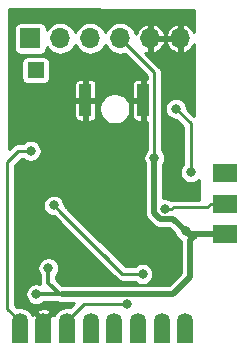
<source format=gtl>
G04 #@! TF.GenerationSoftware,KiCad,Pcbnew,(5.1.4)-1*
G04 #@! TF.CreationDate,2020-01-26T17:58:18+01:00*
G04 #@! TF.ProjectId,HM-LC-Sw1-Pl-DN-R1_S26,484d2d4c-432d-4537-9731-2d506c2d444e,rev?*
G04 #@! TF.SameCoordinates,Original*
G04 #@! TF.FileFunction,Copper,L1,Top*
G04 #@! TF.FilePolarity,Positive*
%FSLAX46Y46*%
G04 Gerber Fmt 4.6, Leading zero omitted, Abs format (unit mm)*
G04 Created by KiCad (PCBNEW (5.1.4)-1) date 2020-01-26 17:58:18*
%MOMM*%
%LPD*%
G04 APERTURE LIST*
%ADD10R,1.350000X1.350000*%
%ADD11O,1.700000X1.700000*%
%ADD12R,1.700000X1.700000*%
%ADD13C,1.350000*%
%ADD14R,1.350000X1.800000*%
%ADD15R,1.000000X2.750000*%
%ADD16R,2.000000X1.500000*%
%ADD17C,0.800000*%
%ADD18C,0.250000*%
%ADD19C,0.500000*%
%ADD20C,0.300000*%
%ADD21C,0.254000*%
G04 APERTURE END LIST*
D10*
X147300000Y-98400000D03*
D11*
X159550000Y-95700000D03*
X157010000Y-95700000D03*
X154470000Y-95700000D03*
X151930000Y-95700000D03*
X149390000Y-95700000D03*
D12*
X146850000Y-95700000D03*
D13*
X159965040Y-119643520D03*
D14*
X159965040Y-120643520D03*
D13*
X145965040Y-119643520D03*
X147965040Y-119643520D03*
X149965040Y-119643520D03*
X151965040Y-119643520D03*
X153965040Y-119643520D03*
X155965040Y-119643520D03*
X157965040Y-119643520D03*
D14*
X145965040Y-120643520D03*
X147965040Y-120643520D03*
X149965040Y-120643520D03*
X151965040Y-120643520D03*
X153965040Y-120643520D03*
X155965040Y-120643520D03*
X157965040Y-120643520D03*
D15*
X156418280Y-100939600D03*
X151518280Y-100939600D03*
D16*
X163372800Y-112268000D03*
X163372800Y-107111800D03*
X163372800Y-109702600D03*
D17*
X156500000Y-100900000D03*
X151500000Y-101000000D03*
X152670000Y-107000000D03*
X152700000Y-109600000D03*
X152700000Y-112200000D03*
X154025000Y-108225000D03*
X155475000Y-109550000D03*
X154050000Y-110825000D03*
X151300000Y-110950000D03*
X149975000Y-109575000D03*
X151275000Y-108275000D03*
X159900000Y-109025000D03*
X150400000Y-116175000D03*
X146875000Y-105225000D03*
X160000000Y-112050000D03*
X147350000Y-117350000D03*
X148380000Y-115150000D03*
X157350000Y-105850000D03*
X155005000Y-118220000D03*
X148850000Y-109850000D03*
X156350000Y-115650000D03*
X158250000Y-110150000D03*
X159175000Y-101650000D03*
X160426400Y-107050840D03*
D18*
X147965040Y-119643520D02*
X147965040Y-120643520D01*
X145965040Y-119643520D02*
X145965040Y-120643520D01*
X163372800Y-112268000D02*
X163093400Y-112268000D01*
X145965040Y-119643520D02*
X146137000Y-119643520D01*
D19*
X160808000Y-112268000D02*
X160768000Y-112268000D01*
X163372800Y-112268000D02*
X160808000Y-112268000D01*
D18*
X144900000Y-107800000D02*
X144900000Y-106175000D01*
X144900000Y-107800000D02*
X144900000Y-107625000D01*
X144900000Y-116700000D02*
X144900000Y-107800000D01*
X145850000Y-105225000D02*
X146875000Y-105225000D01*
X144900000Y-106175000D02*
X145850000Y-105225000D01*
D19*
X160218000Y-112268000D02*
X160000000Y-112050000D01*
X163372800Y-112268000D02*
X160218000Y-112268000D01*
X160808000Y-112392000D02*
X160400000Y-112800000D01*
X160808000Y-112268000D02*
X160808000Y-112392000D01*
X160400000Y-112800000D02*
X160400000Y-115889998D01*
X160400000Y-115889998D02*
X158919999Y-117369999D01*
X150494999Y-117369999D02*
X149519999Y-117369999D01*
X158919999Y-117369999D02*
X150494999Y-117369999D01*
X157350000Y-106415685D02*
X157350000Y-105850000D01*
X157350000Y-110508002D02*
X157350000Y-106415685D01*
X157841999Y-111000001D02*
X157350000Y-110508002D01*
X158950001Y-111000001D02*
X157841999Y-111000001D01*
X160000000Y-112050000D02*
X158950001Y-111000001D01*
D18*
X157350000Y-98580000D02*
X154470000Y-95700000D01*
X157350000Y-105850000D02*
X157350000Y-98580000D01*
X144900000Y-118578480D02*
X144900000Y-116700000D01*
X145965040Y-119643520D02*
X144900000Y-118578480D01*
D20*
X149500000Y-117350000D02*
X147350000Y-117350000D01*
X149519999Y-117369999D02*
X149500000Y-117350000D01*
X149519999Y-117369999D02*
X149369999Y-117369999D01*
X148380000Y-116380000D02*
X148380000Y-115150000D01*
X149369999Y-117369999D02*
X148380000Y-116380000D01*
D18*
X153965040Y-119643520D02*
X153965040Y-120643520D01*
X149994600Y-119650000D02*
X150669599Y-118975001D01*
X149965040Y-119643520D02*
X150640039Y-118968521D01*
X149965040Y-119643520D02*
X149965040Y-120643520D01*
X151388560Y-118220000D02*
X155005000Y-118220000D01*
X149965040Y-119643520D02*
X151388560Y-118220000D01*
X155005000Y-118220000D02*
X155050000Y-118220000D01*
X159965040Y-119643520D02*
X159965040Y-120643520D01*
X157965040Y-119643520D02*
X157965040Y-119620440D01*
X157965040Y-119643520D02*
X157965040Y-120643520D01*
X157965040Y-119493520D02*
X157965040Y-120643520D01*
X149480000Y-110470000D02*
X153480000Y-114470000D01*
X155779315Y-115645000D02*
X154655000Y-115645000D01*
X155784315Y-115650000D02*
X155779315Y-115645000D01*
X156350000Y-115650000D02*
X155784315Y-115650000D01*
X154655000Y-115645000D02*
X149480000Y-110470000D01*
X149470000Y-110470000D02*
X148850000Y-109850000D01*
X149480000Y-110470000D02*
X149470000Y-110470000D01*
X155965040Y-119643520D02*
X155965040Y-120643520D01*
X163372800Y-109702600D02*
X163122800Y-109702600D01*
X163372800Y-109702600D02*
X162122800Y-109702600D01*
X158952985Y-110012700D02*
X161812700Y-110012700D01*
X158815685Y-110150000D02*
X158952985Y-110012700D01*
X158250000Y-110150000D02*
X158815685Y-110150000D01*
X162122800Y-109702600D02*
X161812700Y-110012700D01*
X160426400Y-107050840D02*
X160426400Y-104561640D01*
X160426400Y-102901400D02*
X159175000Y-101650000D01*
X160426400Y-107050840D02*
X160426400Y-102901400D01*
X151965040Y-119643520D02*
X151965040Y-120643520D01*
D21*
G36*
X148108040Y-120766520D02*
G01*
X148088040Y-120766520D01*
X148088040Y-120786520D01*
X147842040Y-120786520D01*
X147842040Y-120766520D01*
X147822040Y-120766520D01*
X147822040Y-120741019D01*
X147827740Y-120742309D01*
X148044742Y-120747982D01*
X148108040Y-120737103D01*
X148108040Y-120766520D01*
X148108040Y-120766520D01*
G37*
X148108040Y-120766520D02*
X148088040Y-120766520D01*
X148088040Y-120786520D01*
X147842040Y-120786520D01*
X147842040Y-120766520D01*
X147822040Y-120766520D01*
X147822040Y-120741019D01*
X147827740Y-120742309D01*
X148044742Y-120747982D01*
X148108040Y-120737103D01*
X148108040Y-120766520D01*
G36*
X160713401Y-93260837D02*
G01*
X160713401Y-95181363D01*
X160699933Y-95144664D01*
X160569497Y-94930994D01*
X160399882Y-94746876D01*
X160197606Y-94599386D01*
X159970443Y-94494192D01*
X159870324Y-94463827D01*
X159673000Y-94536232D01*
X159673000Y-95577000D01*
X159693000Y-95577000D01*
X159693000Y-95823000D01*
X159673000Y-95823000D01*
X159673000Y-96863768D01*
X159870324Y-96936173D01*
X159970443Y-96905808D01*
X160197606Y-96800614D01*
X160399882Y-96653124D01*
X160569497Y-96469006D01*
X160699933Y-96255336D01*
X160713401Y-96218637D01*
X160713400Y-102266333D01*
X160102000Y-101654934D01*
X160102000Y-101558699D01*
X160066376Y-101379604D01*
X159996496Y-101210901D01*
X159895048Y-101059072D01*
X159765928Y-100929952D01*
X159614099Y-100828504D01*
X159445396Y-100758624D01*
X159266301Y-100723000D01*
X159083699Y-100723000D01*
X158904604Y-100758624D01*
X158735901Y-100828504D01*
X158584072Y-100929952D01*
X158454952Y-101059072D01*
X158353504Y-101210901D01*
X158283624Y-101379604D01*
X158248000Y-101558699D01*
X158248000Y-101741301D01*
X158283624Y-101920396D01*
X158353504Y-102089099D01*
X158454952Y-102240928D01*
X158584072Y-102370048D01*
X158735901Y-102471496D01*
X158904604Y-102541376D01*
X159083699Y-102577000D01*
X159179934Y-102577000D01*
X159774401Y-103171468D01*
X159774400Y-106391864D01*
X159706352Y-106459912D01*
X159604904Y-106611741D01*
X159535024Y-106780444D01*
X159499400Y-106959539D01*
X159499400Y-107142141D01*
X159535024Y-107321236D01*
X159604904Y-107489939D01*
X159706352Y-107641768D01*
X159835472Y-107770888D01*
X159987301Y-107872336D01*
X160156004Y-107942216D01*
X160335099Y-107977840D01*
X160517701Y-107977840D01*
X160696796Y-107942216D01*
X160865499Y-107872336D01*
X161017328Y-107770888D01*
X161112200Y-107676016D01*
X161112200Y-109360700D01*
X158985007Y-109360700D01*
X158952985Y-109357546D01*
X158825170Y-109370135D01*
X158784203Y-109382562D01*
X158774437Y-109385525D01*
X158689099Y-109328504D01*
X158520396Y-109258624D01*
X158341301Y-109223000D01*
X158158699Y-109223000D01*
X158127000Y-109229305D01*
X158127000Y-106355693D01*
X158171496Y-106289099D01*
X158241376Y-106120396D01*
X158277000Y-105941301D01*
X158277000Y-105758699D01*
X158241376Y-105579604D01*
X158171496Y-105410901D01*
X158070048Y-105259072D01*
X158002000Y-105191024D01*
X158002000Y-98612021D01*
X158005154Y-98579999D01*
X157992565Y-98452185D01*
X157955283Y-98329283D01*
X157894741Y-98216016D01*
X157813264Y-98116736D01*
X157788387Y-98096320D01*
X156601495Y-96909429D01*
X156689676Y-96936173D01*
X156887000Y-96863768D01*
X156887000Y-95823000D01*
X157133000Y-95823000D01*
X157133000Y-96863768D01*
X157330324Y-96936173D01*
X157430443Y-96905808D01*
X157657606Y-96800614D01*
X157859882Y-96653124D01*
X158029497Y-96469006D01*
X158159933Y-96255336D01*
X158246178Y-96020325D01*
X158313822Y-96020325D01*
X158400067Y-96255336D01*
X158530503Y-96469006D01*
X158700118Y-96653124D01*
X158902394Y-96800614D01*
X159129557Y-96905808D01*
X159229676Y-96936173D01*
X159427000Y-96863768D01*
X159427000Y-95823000D01*
X158385682Y-95823000D01*
X158313822Y-96020325D01*
X158246178Y-96020325D01*
X158174318Y-95823000D01*
X157133000Y-95823000D01*
X156887000Y-95823000D01*
X156867000Y-95823000D01*
X156867000Y-95577000D01*
X156887000Y-95577000D01*
X156887000Y-94536232D01*
X157133000Y-94536232D01*
X157133000Y-95577000D01*
X158174318Y-95577000D01*
X158246178Y-95379675D01*
X158313822Y-95379675D01*
X158385682Y-95577000D01*
X159427000Y-95577000D01*
X159427000Y-94536232D01*
X159229676Y-94463827D01*
X159129557Y-94494192D01*
X158902394Y-94599386D01*
X158700118Y-94746876D01*
X158530503Y-94930994D01*
X158400067Y-95144664D01*
X158313822Y-95379675D01*
X158246178Y-95379675D01*
X158159933Y-95144664D01*
X158029497Y-94930994D01*
X157859882Y-94746876D01*
X157657606Y-94599386D01*
X157430443Y-94494192D01*
X157330324Y-94463827D01*
X157133000Y-94536232D01*
X156887000Y-94536232D01*
X156689676Y-94463827D01*
X156589557Y-94494192D01*
X156362394Y-94599386D01*
X156160118Y-94746876D01*
X155990503Y-94930994D01*
X155860067Y-95144664D01*
X155794609Y-95323033D01*
X155748337Y-95170495D01*
X155620473Y-94931279D01*
X155448397Y-94721603D01*
X155238721Y-94549527D01*
X154999505Y-94421663D01*
X154739939Y-94342925D01*
X154537640Y-94323000D01*
X154402360Y-94323000D01*
X154200061Y-94342925D01*
X153940495Y-94421663D01*
X153701279Y-94549527D01*
X153491603Y-94721603D01*
X153319527Y-94931279D01*
X153200000Y-95154898D01*
X153080473Y-94931279D01*
X152908397Y-94721603D01*
X152698721Y-94549527D01*
X152459505Y-94421663D01*
X152199939Y-94342925D01*
X151997640Y-94323000D01*
X151862360Y-94323000D01*
X151660061Y-94342925D01*
X151400495Y-94421663D01*
X151161279Y-94549527D01*
X150951603Y-94721603D01*
X150779527Y-94931279D01*
X150660000Y-95154898D01*
X150540473Y-94931279D01*
X150368397Y-94721603D01*
X150158721Y-94549527D01*
X149919505Y-94421663D01*
X149659939Y-94342925D01*
X149457640Y-94323000D01*
X149322360Y-94323000D01*
X149120061Y-94342925D01*
X148860495Y-94421663D01*
X148621279Y-94549527D01*
X148411603Y-94721603D01*
X148239527Y-94931279D01*
X148229549Y-94949946D01*
X148229549Y-94850000D01*
X148219374Y-94746690D01*
X148189239Y-94647350D01*
X148140304Y-94555798D01*
X148074448Y-94475552D01*
X147994202Y-94409696D01*
X147902650Y-94360761D01*
X147803310Y-94330626D01*
X147700000Y-94320451D01*
X146000000Y-94320451D01*
X145896690Y-94330626D01*
X145797350Y-94360761D01*
X145705798Y-94409696D01*
X145625552Y-94475552D01*
X145559696Y-94555798D01*
X145510761Y-94647350D01*
X145480626Y-94746690D01*
X145470451Y-94850000D01*
X145470451Y-96550000D01*
X145480626Y-96653310D01*
X145510761Y-96752650D01*
X145559696Y-96844202D01*
X145625552Y-96924448D01*
X145705798Y-96990304D01*
X145797350Y-97039239D01*
X145896690Y-97069374D01*
X146000000Y-97079549D01*
X147700000Y-97079549D01*
X147803310Y-97069374D01*
X147902650Y-97039239D01*
X147994202Y-96990304D01*
X148074448Y-96924448D01*
X148140304Y-96844202D01*
X148189239Y-96752650D01*
X148219374Y-96653310D01*
X148229549Y-96550000D01*
X148229549Y-96450054D01*
X148239527Y-96468721D01*
X148411603Y-96678397D01*
X148621279Y-96850473D01*
X148860495Y-96978337D01*
X149120061Y-97057075D01*
X149322360Y-97077000D01*
X149457640Y-97077000D01*
X149659939Y-97057075D01*
X149919505Y-96978337D01*
X150158721Y-96850473D01*
X150368397Y-96678397D01*
X150540473Y-96468721D01*
X150660000Y-96245102D01*
X150779527Y-96468721D01*
X150951603Y-96678397D01*
X151161279Y-96850473D01*
X151400495Y-96978337D01*
X151660061Y-97057075D01*
X151862360Y-97077000D01*
X151997640Y-97077000D01*
X152199939Y-97057075D01*
X152459505Y-96978337D01*
X152698721Y-96850473D01*
X152908397Y-96678397D01*
X153080473Y-96468721D01*
X153200000Y-96245102D01*
X153319527Y-96468721D01*
X153491603Y-96678397D01*
X153701279Y-96850473D01*
X153940495Y-96978337D01*
X154200061Y-97057075D01*
X154402360Y-97077000D01*
X154537640Y-97077000D01*
X154739939Y-97057075D01*
X154866590Y-97018656D01*
X156698001Y-98850068D01*
X156698001Y-99137218D01*
X156648030Y-99137600D01*
X156541280Y-99244350D01*
X156541280Y-100816600D01*
X156561280Y-100816600D01*
X156561280Y-101062600D01*
X156541280Y-101062600D01*
X156541280Y-102634850D01*
X156648030Y-102741600D01*
X156698000Y-102741982D01*
X156698000Y-105191024D01*
X156629952Y-105259072D01*
X156528504Y-105410901D01*
X156458624Y-105579604D01*
X156423000Y-105758699D01*
X156423000Y-105941301D01*
X156458624Y-106120396D01*
X156528504Y-106289099D01*
X156573000Y-106355693D01*
X156573000Y-106453850D01*
X156573001Y-106453860D01*
X156573000Y-110469839D01*
X156569241Y-110508002D01*
X156573000Y-110546165D01*
X156573000Y-110546167D01*
X156584243Y-110660320D01*
X156628178Y-110805154D01*
X156628673Y-110806785D01*
X156700823Y-110941768D01*
X156733963Y-110982149D01*
X156797920Y-111060082D01*
X156827570Y-111084415D01*
X157265586Y-111522431D01*
X157289919Y-111552081D01*
X157354344Y-111604952D01*
X157408233Y-111649179D01*
X157496198Y-111696196D01*
X157543215Y-111721328D01*
X157689680Y-111765758D01*
X157803833Y-111777001D01*
X157803835Y-111777001D01*
X157841999Y-111780760D01*
X157880162Y-111777001D01*
X158628158Y-111777001D01*
X159092999Y-112241842D01*
X159108624Y-112320396D01*
X159178504Y-112489099D01*
X159279952Y-112640928D01*
X159409072Y-112770048D01*
X159560901Y-112871496D01*
X159623000Y-112897219D01*
X159623001Y-115568153D01*
X158598156Y-116592999D01*
X149550421Y-116592999D01*
X149057000Y-116099578D01*
X149057000Y-115783976D01*
X149100048Y-115740928D01*
X149201496Y-115589099D01*
X149271376Y-115420396D01*
X149307000Y-115241301D01*
X149307000Y-115058699D01*
X149271376Y-114879604D01*
X149201496Y-114710901D01*
X149100048Y-114559072D01*
X148970928Y-114429952D01*
X148819099Y-114328504D01*
X148650396Y-114258624D01*
X148471301Y-114223000D01*
X148288699Y-114223000D01*
X148109604Y-114258624D01*
X147940901Y-114328504D01*
X147789072Y-114429952D01*
X147659952Y-114559072D01*
X147558504Y-114710901D01*
X147488624Y-114879604D01*
X147453000Y-115058699D01*
X147453000Y-115241301D01*
X147488624Y-115420396D01*
X147558504Y-115589099D01*
X147659952Y-115740928D01*
X147703000Y-115783976D01*
X147703000Y-116346755D01*
X147699726Y-116380000D01*
X147703000Y-116413245D01*
X147703000Y-116413251D01*
X147711172Y-116496225D01*
X147620396Y-116458624D01*
X147441301Y-116423000D01*
X147258699Y-116423000D01*
X147079604Y-116458624D01*
X146910901Y-116528504D01*
X146759072Y-116629952D01*
X146629952Y-116759072D01*
X146528504Y-116910901D01*
X146458624Y-117079604D01*
X146423000Y-117258699D01*
X146423000Y-117441301D01*
X146458624Y-117620396D01*
X146528504Y-117789099D01*
X146629952Y-117940928D01*
X146759072Y-118070048D01*
X146910901Y-118171496D01*
X147079604Y-118241376D01*
X147258699Y-118277000D01*
X147441301Y-118277000D01*
X147620396Y-118241376D01*
X147789099Y-118171496D01*
X147940928Y-118070048D01*
X147983976Y-118027000D01*
X149100871Y-118027000D01*
X149221215Y-118091326D01*
X149367680Y-118135756D01*
X149481833Y-118146999D01*
X150539494Y-118146999D01*
X150218171Y-118468322D01*
X150083427Y-118441520D01*
X149846653Y-118441520D01*
X149614430Y-118487712D01*
X149395679Y-118578321D01*
X149198810Y-118709866D01*
X149031386Y-118877290D01*
X148899841Y-119074159D01*
X148895866Y-119083755D01*
X148754166Y-119028342D01*
X148467252Y-119315256D01*
X148194790Y-119316520D01*
X148088042Y-119423268D01*
X148088042Y-119346570D01*
X148580218Y-118854394D01*
X148512377Y-118680915D01*
X148314065Y-118592631D01*
X148102340Y-118544731D01*
X147885338Y-118539058D01*
X147671400Y-118575829D01*
X147468746Y-118653631D01*
X147417703Y-118680915D01*
X147349862Y-118854394D01*
X147842038Y-119346570D01*
X147842038Y-119423268D01*
X147735290Y-119316520D01*
X147462828Y-119315256D01*
X147175914Y-119028342D01*
X147034214Y-119083755D01*
X147030239Y-119074159D01*
X146898694Y-118877290D01*
X146731270Y-118709866D01*
X146534401Y-118578321D01*
X146315650Y-118487712D01*
X146083427Y-118441520D01*
X145846653Y-118441520D01*
X145711909Y-118468322D01*
X145552000Y-118308414D01*
X145552000Y-109758699D01*
X147923000Y-109758699D01*
X147923000Y-109941301D01*
X147958624Y-110120396D01*
X148028504Y-110289099D01*
X148129952Y-110440928D01*
X148259072Y-110570048D01*
X148410901Y-110671496D01*
X148579604Y-110741376D01*
X148758699Y-110777000D01*
X148854933Y-110777000D01*
X148986320Y-110908386D01*
X149006736Y-110933264D01*
X149087384Y-110999451D01*
X151606405Y-113518471D01*
X154171320Y-116083387D01*
X154191736Y-116108264D01*
X154291016Y-116189741D01*
X154378938Y-116236736D01*
X154404283Y-116250283D01*
X154527185Y-116287565D01*
X154654999Y-116300154D01*
X154687021Y-116297000D01*
X155686024Y-116297000D01*
X155759072Y-116370048D01*
X155910901Y-116471496D01*
X156079604Y-116541376D01*
X156258699Y-116577000D01*
X156441301Y-116577000D01*
X156620396Y-116541376D01*
X156789099Y-116471496D01*
X156940928Y-116370048D01*
X157070048Y-116240928D01*
X157171496Y-116089099D01*
X157241376Y-115920396D01*
X157277000Y-115741301D01*
X157277000Y-115558699D01*
X157241376Y-115379604D01*
X157171496Y-115210901D01*
X157070048Y-115059072D01*
X156940928Y-114929952D01*
X156789099Y-114828504D01*
X156620396Y-114758624D01*
X156441301Y-114723000D01*
X156258699Y-114723000D01*
X156079604Y-114758624D01*
X155910901Y-114828504D01*
X155759072Y-114929952D01*
X155696024Y-114993000D01*
X154925067Y-114993000D01*
X152521178Y-112589111D01*
X149963685Y-110031619D01*
X149943264Y-110006736D01*
X149862620Y-109940553D01*
X149777000Y-109854933D01*
X149777000Y-109758699D01*
X149741376Y-109579604D01*
X149671496Y-109410901D01*
X149570048Y-109259072D01*
X149440928Y-109129952D01*
X149289099Y-109028504D01*
X149120396Y-108958624D01*
X148941301Y-108923000D01*
X148758699Y-108923000D01*
X148579604Y-108958624D01*
X148410901Y-109028504D01*
X148259072Y-109129952D01*
X148129952Y-109259072D01*
X148028504Y-109410901D01*
X147958624Y-109579604D01*
X147923000Y-109758699D01*
X145552000Y-109758699D01*
X145552000Y-106445066D01*
X146120067Y-105877000D01*
X146216024Y-105877000D01*
X146284072Y-105945048D01*
X146435901Y-106046496D01*
X146604604Y-106116376D01*
X146783699Y-106152000D01*
X146966301Y-106152000D01*
X147145396Y-106116376D01*
X147314099Y-106046496D01*
X147465928Y-105945048D01*
X147595048Y-105815928D01*
X147696496Y-105664099D01*
X147766376Y-105495396D01*
X147802000Y-105316301D01*
X147802000Y-105133699D01*
X147766376Y-104954604D01*
X147696496Y-104785901D01*
X147595048Y-104634072D01*
X147465928Y-104504952D01*
X147314099Y-104403504D01*
X147145396Y-104333624D01*
X146966301Y-104298000D01*
X146783699Y-104298000D01*
X146604604Y-104333624D01*
X146435901Y-104403504D01*
X146284072Y-104504952D01*
X146216024Y-104573000D01*
X145882022Y-104573000D01*
X145850000Y-104569846D01*
X145722185Y-104582435D01*
X145660735Y-104601076D01*
X145599283Y-104619717D01*
X145486016Y-104680259D01*
X145386736Y-104761736D01*
X145366320Y-104786613D01*
X145051888Y-105101045D01*
X145051869Y-102314600D01*
X150589214Y-102314600D01*
X150597458Y-102398307D01*
X150621875Y-102478796D01*
X150661525Y-102552976D01*
X150714885Y-102617995D01*
X150779904Y-102671355D01*
X150854084Y-102711005D01*
X150934573Y-102735422D01*
X151018280Y-102743666D01*
X151288530Y-102741600D01*
X151395280Y-102634850D01*
X151395280Y-101062600D01*
X151641280Y-101062600D01*
X151641280Y-102634850D01*
X151748030Y-102741600D01*
X152018280Y-102743666D01*
X152101987Y-102735422D01*
X152182476Y-102711005D01*
X152256656Y-102671355D01*
X152321675Y-102617995D01*
X152375035Y-102552976D01*
X152414685Y-102478796D01*
X152439102Y-102398307D01*
X152447346Y-102314600D01*
X152445913Y-101520102D01*
X152673200Y-101520102D01*
X152673200Y-101781498D01*
X152724196Y-102037872D01*
X152824228Y-102279370D01*
X152969452Y-102496713D01*
X153154287Y-102681548D01*
X153371630Y-102826772D01*
X153613128Y-102926804D01*
X153869502Y-102977800D01*
X154130898Y-102977800D01*
X154387272Y-102926804D01*
X154628770Y-102826772D01*
X154846113Y-102681548D01*
X155030948Y-102496713D01*
X155152632Y-102314600D01*
X155489214Y-102314600D01*
X155497458Y-102398307D01*
X155521875Y-102478796D01*
X155561525Y-102552976D01*
X155614885Y-102617995D01*
X155679904Y-102671355D01*
X155754084Y-102711005D01*
X155834573Y-102735422D01*
X155918280Y-102743666D01*
X156188530Y-102741600D01*
X156295280Y-102634850D01*
X156295280Y-101062600D01*
X155598030Y-101062600D01*
X155491280Y-101169350D01*
X155489214Y-102314600D01*
X155152632Y-102314600D01*
X155176172Y-102279370D01*
X155276204Y-102037872D01*
X155327200Y-101781498D01*
X155327200Y-101520102D01*
X155276204Y-101263728D01*
X155176172Y-101022230D01*
X155030948Y-100804887D01*
X154846113Y-100620052D01*
X154628770Y-100474828D01*
X154387272Y-100374796D01*
X154130898Y-100323800D01*
X153869502Y-100323800D01*
X153613128Y-100374796D01*
X153371630Y-100474828D01*
X153154287Y-100620052D01*
X152969452Y-100804887D01*
X152824228Y-101022230D01*
X152724196Y-101263728D01*
X152673200Y-101520102D01*
X152445913Y-101520102D01*
X152445280Y-101169350D01*
X152338530Y-101062600D01*
X151641280Y-101062600D01*
X151395280Y-101062600D01*
X150698030Y-101062600D01*
X150591280Y-101169350D01*
X150589214Y-102314600D01*
X145051869Y-102314600D01*
X145051836Y-97725000D01*
X146095451Y-97725000D01*
X146095451Y-99075000D01*
X146105626Y-99178310D01*
X146135761Y-99277650D01*
X146184696Y-99369202D01*
X146250552Y-99449448D01*
X146330798Y-99515304D01*
X146422350Y-99564239D01*
X146521690Y-99594374D01*
X146625000Y-99604549D01*
X147975000Y-99604549D01*
X148078310Y-99594374D01*
X148176459Y-99564600D01*
X150589214Y-99564600D01*
X150591280Y-100709850D01*
X150698030Y-100816600D01*
X151395280Y-100816600D01*
X151395280Y-99244350D01*
X151641280Y-99244350D01*
X151641280Y-100816600D01*
X152338530Y-100816600D01*
X152445280Y-100709850D01*
X152447346Y-99564600D01*
X155489214Y-99564600D01*
X155491280Y-100709850D01*
X155598030Y-100816600D01*
X156295280Y-100816600D01*
X156295280Y-99244350D01*
X156188530Y-99137600D01*
X155918280Y-99135534D01*
X155834573Y-99143778D01*
X155754084Y-99168195D01*
X155679904Y-99207845D01*
X155614885Y-99261205D01*
X155561525Y-99326224D01*
X155521875Y-99400404D01*
X155497458Y-99480893D01*
X155489214Y-99564600D01*
X152447346Y-99564600D01*
X152439102Y-99480893D01*
X152414685Y-99400404D01*
X152375035Y-99326224D01*
X152321675Y-99261205D01*
X152256656Y-99207845D01*
X152182476Y-99168195D01*
X152101987Y-99143778D01*
X152018280Y-99135534D01*
X151748030Y-99137600D01*
X151641280Y-99244350D01*
X151395280Y-99244350D01*
X151288530Y-99137600D01*
X151018280Y-99135534D01*
X150934573Y-99143778D01*
X150854084Y-99168195D01*
X150779904Y-99207845D01*
X150714885Y-99261205D01*
X150661525Y-99326224D01*
X150621875Y-99400404D01*
X150597458Y-99480893D01*
X150589214Y-99564600D01*
X148176459Y-99564600D01*
X148177650Y-99564239D01*
X148269202Y-99515304D01*
X148349448Y-99449448D01*
X148415304Y-99369202D01*
X148464239Y-99277650D01*
X148494374Y-99178310D01*
X148504549Y-99075000D01*
X148504549Y-97725000D01*
X148494374Y-97621690D01*
X148464239Y-97522350D01*
X148415304Y-97430798D01*
X148349448Y-97350552D01*
X148269202Y-97284696D01*
X148177650Y-97235761D01*
X148078310Y-97205626D01*
X147975000Y-97195451D01*
X146625000Y-97195451D01*
X146521690Y-97205626D01*
X146422350Y-97235761D01*
X146330798Y-97284696D01*
X146250552Y-97350552D01*
X146184696Y-97430798D01*
X146135761Y-97522350D01*
X146105626Y-97621690D01*
X146095451Y-97725000D01*
X145051836Y-97725000D01*
X145051804Y-93251403D01*
X160713401Y-93260837D01*
X160713401Y-93260837D01*
G37*
X160713401Y-93260837D02*
X160713401Y-95181363D01*
X160699933Y-95144664D01*
X160569497Y-94930994D01*
X160399882Y-94746876D01*
X160197606Y-94599386D01*
X159970443Y-94494192D01*
X159870324Y-94463827D01*
X159673000Y-94536232D01*
X159673000Y-95577000D01*
X159693000Y-95577000D01*
X159693000Y-95823000D01*
X159673000Y-95823000D01*
X159673000Y-96863768D01*
X159870324Y-96936173D01*
X159970443Y-96905808D01*
X160197606Y-96800614D01*
X160399882Y-96653124D01*
X160569497Y-96469006D01*
X160699933Y-96255336D01*
X160713401Y-96218637D01*
X160713400Y-102266333D01*
X160102000Y-101654934D01*
X160102000Y-101558699D01*
X160066376Y-101379604D01*
X159996496Y-101210901D01*
X159895048Y-101059072D01*
X159765928Y-100929952D01*
X159614099Y-100828504D01*
X159445396Y-100758624D01*
X159266301Y-100723000D01*
X159083699Y-100723000D01*
X158904604Y-100758624D01*
X158735901Y-100828504D01*
X158584072Y-100929952D01*
X158454952Y-101059072D01*
X158353504Y-101210901D01*
X158283624Y-101379604D01*
X158248000Y-101558699D01*
X158248000Y-101741301D01*
X158283624Y-101920396D01*
X158353504Y-102089099D01*
X158454952Y-102240928D01*
X158584072Y-102370048D01*
X158735901Y-102471496D01*
X158904604Y-102541376D01*
X159083699Y-102577000D01*
X159179934Y-102577000D01*
X159774401Y-103171468D01*
X159774400Y-106391864D01*
X159706352Y-106459912D01*
X159604904Y-106611741D01*
X159535024Y-106780444D01*
X159499400Y-106959539D01*
X159499400Y-107142141D01*
X159535024Y-107321236D01*
X159604904Y-107489939D01*
X159706352Y-107641768D01*
X159835472Y-107770888D01*
X159987301Y-107872336D01*
X160156004Y-107942216D01*
X160335099Y-107977840D01*
X160517701Y-107977840D01*
X160696796Y-107942216D01*
X160865499Y-107872336D01*
X161017328Y-107770888D01*
X161112200Y-107676016D01*
X161112200Y-109360700D01*
X158985007Y-109360700D01*
X158952985Y-109357546D01*
X158825170Y-109370135D01*
X158784203Y-109382562D01*
X158774437Y-109385525D01*
X158689099Y-109328504D01*
X158520396Y-109258624D01*
X158341301Y-109223000D01*
X158158699Y-109223000D01*
X158127000Y-109229305D01*
X158127000Y-106355693D01*
X158171496Y-106289099D01*
X158241376Y-106120396D01*
X158277000Y-105941301D01*
X158277000Y-105758699D01*
X158241376Y-105579604D01*
X158171496Y-105410901D01*
X158070048Y-105259072D01*
X158002000Y-105191024D01*
X158002000Y-98612021D01*
X158005154Y-98579999D01*
X157992565Y-98452185D01*
X157955283Y-98329283D01*
X157894741Y-98216016D01*
X157813264Y-98116736D01*
X157788387Y-98096320D01*
X156601495Y-96909429D01*
X156689676Y-96936173D01*
X156887000Y-96863768D01*
X156887000Y-95823000D01*
X157133000Y-95823000D01*
X157133000Y-96863768D01*
X157330324Y-96936173D01*
X157430443Y-96905808D01*
X157657606Y-96800614D01*
X157859882Y-96653124D01*
X158029497Y-96469006D01*
X158159933Y-96255336D01*
X158246178Y-96020325D01*
X158313822Y-96020325D01*
X158400067Y-96255336D01*
X158530503Y-96469006D01*
X158700118Y-96653124D01*
X158902394Y-96800614D01*
X159129557Y-96905808D01*
X159229676Y-96936173D01*
X159427000Y-96863768D01*
X159427000Y-95823000D01*
X158385682Y-95823000D01*
X158313822Y-96020325D01*
X158246178Y-96020325D01*
X158174318Y-95823000D01*
X157133000Y-95823000D01*
X156887000Y-95823000D01*
X156867000Y-95823000D01*
X156867000Y-95577000D01*
X156887000Y-95577000D01*
X156887000Y-94536232D01*
X157133000Y-94536232D01*
X157133000Y-95577000D01*
X158174318Y-95577000D01*
X158246178Y-95379675D01*
X158313822Y-95379675D01*
X158385682Y-95577000D01*
X159427000Y-95577000D01*
X159427000Y-94536232D01*
X159229676Y-94463827D01*
X159129557Y-94494192D01*
X158902394Y-94599386D01*
X158700118Y-94746876D01*
X158530503Y-94930994D01*
X158400067Y-95144664D01*
X158313822Y-95379675D01*
X158246178Y-95379675D01*
X158159933Y-95144664D01*
X158029497Y-94930994D01*
X157859882Y-94746876D01*
X157657606Y-94599386D01*
X157430443Y-94494192D01*
X157330324Y-94463827D01*
X157133000Y-94536232D01*
X156887000Y-94536232D01*
X156689676Y-94463827D01*
X156589557Y-94494192D01*
X156362394Y-94599386D01*
X156160118Y-94746876D01*
X155990503Y-94930994D01*
X155860067Y-95144664D01*
X155794609Y-95323033D01*
X155748337Y-95170495D01*
X155620473Y-94931279D01*
X155448397Y-94721603D01*
X155238721Y-94549527D01*
X154999505Y-94421663D01*
X154739939Y-94342925D01*
X154537640Y-94323000D01*
X154402360Y-94323000D01*
X154200061Y-94342925D01*
X153940495Y-94421663D01*
X153701279Y-94549527D01*
X153491603Y-94721603D01*
X153319527Y-94931279D01*
X153200000Y-95154898D01*
X153080473Y-94931279D01*
X152908397Y-94721603D01*
X152698721Y-94549527D01*
X152459505Y-94421663D01*
X152199939Y-94342925D01*
X151997640Y-94323000D01*
X151862360Y-94323000D01*
X151660061Y-94342925D01*
X151400495Y-94421663D01*
X151161279Y-94549527D01*
X150951603Y-94721603D01*
X150779527Y-94931279D01*
X150660000Y-95154898D01*
X150540473Y-94931279D01*
X150368397Y-94721603D01*
X150158721Y-94549527D01*
X149919505Y-94421663D01*
X149659939Y-94342925D01*
X149457640Y-94323000D01*
X149322360Y-94323000D01*
X149120061Y-94342925D01*
X148860495Y-94421663D01*
X148621279Y-94549527D01*
X148411603Y-94721603D01*
X148239527Y-94931279D01*
X148229549Y-94949946D01*
X148229549Y-94850000D01*
X148219374Y-94746690D01*
X148189239Y-94647350D01*
X148140304Y-94555798D01*
X148074448Y-94475552D01*
X147994202Y-94409696D01*
X147902650Y-94360761D01*
X147803310Y-94330626D01*
X147700000Y-94320451D01*
X146000000Y-94320451D01*
X145896690Y-94330626D01*
X145797350Y-94360761D01*
X145705798Y-94409696D01*
X145625552Y-94475552D01*
X145559696Y-94555798D01*
X145510761Y-94647350D01*
X145480626Y-94746690D01*
X145470451Y-94850000D01*
X145470451Y-96550000D01*
X145480626Y-96653310D01*
X145510761Y-96752650D01*
X145559696Y-96844202D01*
X145625552Y-96924448D01*
X145705798Y-96990304D01*
X145797350Y-97039239D01*
X145896690Y-97069374D01*
X146000000Y-97079549D01*
X147700000Y-97079549D01*
X147803310Y-97069374D01*
X147902650Y-97039239D01*
X147994202Y-96990304D01*
X148074448Y-96924448D01*
X148140304Y-96844202D01*
X148189239Y-96752650D01*
X148219374Y-96653310D01*
X148229549Y-96550000D01*
X148229549Y-96450054D01*
X148239527Y-96468721D01*
X148411603Y-96678397D01*
X148621279Y-96850473D01*
X148860495Y-96978337D01*
X149120061Y-97057075D01*
X149322360Y-97077000D01*
X149457640Y-97077000D01*
X149659939Y-97057075D01*
X149919505Y-96978337D01*
X150158721Y-96850473D01*
X150368397Y-96678397D01*
X150540473Y-96468721D01*
X150660000Y-96245102D01*
X150779527Y-96468721D01*
X150951603Y-96678397D01*
X151161279Y-96850473D01*
X151400495Y-96978337D01*
X151660061Y-97057075D01*
X151862360Y-97077000D01*
X151997640Y-97077000D01*
X152199939Y-97057075D01*
X152459505Y-96978337D01*
X152698721Y-96850473D01*
X152908397Y-96678397D01*
X153080473Y-96468721D01*
X153200000Y-96245102D01*
X153319527Y-96468721D01*
X153491603Y-96678397D01*
X153701279Y-96850473D01*
X153940495Y-96978337D01*
X154200061Y-97057075D01*
X154402360Y-97077000D01*
X154537640Y-97077000D01*
X154739939Y-97057075D01*
X154866590Y-97018656D01*
X156698001Y-98850068D01*
X156698001Y-99137218D01*
X156648030Y-99137600D01*
X156541280Y-99244350D01*
X156541280Y-100816600D01*
X156561280Y-100816600D01*
X156561280Y-101062600D01*
X156541280Y-101062600D01*
X156541280Y-102634850D01*
X156648030Y-102741600D01*
X156698000Y-102741982D01*
X156698000Y-105191024D01*
X156629952Y-105259072D01*
X156528504Y-105410901D01*
X156458624Y-105579604D01*
X156423000Y-105758699D01*
X156423000Y-105941301D01*
X156458624Y-106120396D01*
X156528504Y-106289099D01*
X156573000Y-106355693D01*
X156573000Y-106453850D01*
X156573001Y-106453860D01*
X156573000Y-110469839D01*
X156569241Y-110508002D01*
X156573000Y-110546165D01*
X156573000Y-110546167D01*
X156584243Y-110660320D01*
X156628178Y-110805154D01*
X156628673Y-110806785D01*
X156700823Y-110941768D01*
X156733963Y-110982149D01*
X156797920Y-111060082D01*
X156827570Y-111084415D01*
X157265586Y-111522431D01*
X157289919Y-111552081D01*
X157354344Y-111604952D01*
X157408233Y-111649179D01*
X157496198Y-111696196D01*
X157543215Y-111721328D01*
X157689680Y-111765758D01*
X157803833Y-111777001D01*
X157803835Y-111777001D01*
X157841999Y-111780760D01*
X157880162Y-111777001D01*
X158628158Y-111777001D01*
X159092999Y-112241842D01*
X159108624Y-112320396D01*
X159178504Y-112489099D01*
X159279952Y-112640928D01*
X159409072Y-112770048D01*
X159560901Y-112871496D01*
X159623000Y-112897219D01*
X159623001Y-115568153D01*
X158598156Y-116592999D01*
X149550421Y-116592999D01*
X149057000Y-116099578D01*
X149057000Y-115783976D01*
X149100048Y-115740928D01*
X149201496Y-115589099D01*
X149271376Y-115420396D01*
X149307000Y-115241301D01*
X149307000Y-115058699D01*
X149271376Y-114879604D01*
X149201496Y-114710901D01*
X149100048Y-114559072D01*
X148970928Y-114429952D01*
X148819099Y-114328504D01*
X148650396Y-114258624D01*
X148471301Y-114223000D01*
X148288699Y-114223000D01*
X148109604Y-114258624D01*
X147940901Y-114328504D01*
X147789072Y-114429952D01*
X147659952Y-114559072D01*
X147558504Y-114710901D01*
X147488624Y-114879604D01*
X147453000Y-115058699D01*
X147453000Y-115241301D01*
X147488624Y-115420396D01*
X147558504Y-115589099D01*
X147659952Y-115740928D01*
X147703000Y-115783976D01*
X147703000Y-116346755D01*
X147699726Y-116380000D01*
X147703000Y-116413245D01*
X147703000Y-116413251D01*
X147711172Y-116496225D01*
X147620396Y-116458624D01*
X147441301Y-116423000D01*
X147258699Y-116423000D01*
X147079604Y-116458624D01*
X146910901Y-116528504D01*
X146759072Y-116629952D01*
X146629952Y-116759072D01*
X146528504Y-116910901D01*
X146458624Y-117079604D01*
X146423000Y-117258699D01*
X146423000Y-117441301D01*
X146458624Y-117620396D01*
X146528504Y-117789099D01*
X146629952Y-117940928D01*
X146759072Y-118070048D01*
X146910901Y-118171496D01*
X147079604Y-118241376D01*
X147258699Y-118277000D01*
X147441301Y-118277000D01*
X147620396Y-118241376D01*
X147789099Y-118171496D01*
X147940928Y-118070048D01*
X147983976Y-118027000D01*
X149100871Y-118027000D01*
X149221215Y-118091326D01*
X149367680Y-118135756D01*
X149481833Y-118146999D01*
X150539494Y-118146999D01*
X150218171Y-118468322D01*
X150083427Y-118441520D01*
X149846653Y-118441520D01*
X149614430Y-118487712D01*
X149395679Y-118578321D01*
X149198810Y-118709866D01*
X149031386Y-118877290D01*
X148899841Y-119074159D01*
X148895866Y-119083755D01*
X148754166Y-119028342D01*
X148467252Y-119315256D01*
X148194790Y-119316520D01*
X148088042Y-119423268D01*
X148088042Y-119346570D01*
X148580218Y-118854394D01*
X148512377Y-118680915D01*
X148314065Y-118592631D01*
X148102340Y-118544731D01*
X147885338Y-118539058D01*
X147671400Y-118575829D01*
X147468746Y-118653631D01*
X147417703Y-118680915D01*
X147349862Y-118854394D01*
X147842038Y-119346570D01*
X147842038Y-119423268D01*
X147735290Y-119316520D01*
X147462828Y-119315256D01*
X147175914Y-119028342D01*
X147034214Y-119083755D01*
X147030239Y-119074159D01*
X146898694Y-118877290D01*
X146731270Y-118709866D01*
X146534401Y-118578321D01*
X146315650Y-118487712D01*
X146083427Y-118441520D01*
X145846653Y-118441520D01*
X145711909Y-118468322D01*
X145552000Y-118308414D01*
X145552000Y-109758699D01*
X147923000Y-109758699D01*
X147923000Y-109941301D01*
X147958624Y-110120396D01*
X148028504Y-110289099D01*
X148129952Y-110440928D01*
X148259072Y-110570048D01*
X148410901Y-110671496D01*
X148579604Y-110741376D01*
X148758699Y-110777000D01*
X148854933Y-110777000D01*
X148986320Y-110908386D01*
X149006736Y-110933264D01*
X149087384Y-110999451D01*
X151606405Y-113518471D01*
X154171320Y-116083387D01*
X154191736Y-116108264D01*
X154291016Y-116189741D01*
X154378938Y-116236736D01*
X154404283Y-116250283D01*
X154527185Y-116287565D01*
X154654999Y-116300154D01*
X154687021Y-116297000D01*
X155686024Y-116297000D01*
X155759072Y-116370048D01*
X155910901Y-116471496D01*
X156079604Y-116541376D01*
X156258699Y-116577000D01*
X156441301Y-116577000D01*
X156620396Y-116541376D01*
X156789099Y-116471496D01*
X156940928Y-116370048D01*
X157070048Y-116240928D01*
X157171496Y-116089099D01*
X157241376Y-115920396D01*
X157277000Y-115741301D01*
X157277000Y-115558699D01*
X157241376Y-115379604D01*
X157171496Y-115210901D01*
X157070048Y-115059072D01*
X156940928Y-114929952D01*
X156789099Y-114828504D01*
X156620396Y-114758624D01*
X156441301Y-114723000D01*
X156258699Y-114723000D01*
X156079604Y-114758624D01*
X155910901Y-114828504D01*
X155759072Y-114929952D01*
X155696024Y-114993000D01*
X154925067Y-114993000D01*
X152521178Y-112589111D01*
X149963685Y-110031619D01*
X149943264Y-110006736D01*
X149862620Y-109940553D01*
X149777000Y-109854933D01*
X149777000Y-109758699D01*
X149741376Y-109579604D01*
X149671496Y-109410901D01*
X149570048Y-109259072D01*
X149440928Y-109129952D01*
X149289099Y-109028504D01*
X149120396Y-108958624D01*
X148941301Y-108923000D01*
X148758699Y-108923000D01*
X148579604Y-108958624D01*
X148410901Y-109028504D01*
X148259072Y-109129952D01*
X148129952Y-109259072D01*
X148028504Y-109410901D01*
X147958624Y-109579604D01*
X147923000Y-109758699D01*
X145552000Y-109758699D01*
X145552000Y-106445066D01*
X146120067Y-105877000D01*
X146216024Y-105877000D01*
X146284072Y-105945048D01*
X146435901Y-106046496D01*
X146604604Y-106116376D01*
X146783699Y-106152000D01*
X146966301Y-106152000D01*
X147145396Y-106116376D01*
X147314099Y-106046496D01*
X147465928Y-105945048D01*
X147595048Y-105815928D01*
X147696496Y-105664099D01*
X147766376Y-105495396D01*
X147802000Y-105316301D01*
X147802000Y-105133699D01*
X147766376Y-104954604D01*
X147696496Y-104785901D01*
X147595048Y-104634072D01*
X147465928Y-104504952D01*
X147314099Y-104403504D01*
X147145396Y-104333624D01*
X146966301Y-104298000D01*
X146783699Y-104298000D01*
X146604604Y-104333624D01*
X146435901Y-104403504D01*
X146284072Y-104504952D01*
X146216024Y-104573000D01*
X145882022Y-104573000D01*
X145850000Y-104569846D01*
X145722185Y-104582435D01*
X145660735Y-104601076D01*
X145599283Y-104619717D01*
X145486016Y-104680259D01*
X145386736Y-104761736D01*
X145366320Y-104786613D01*
X145051888Y-105101045D01*
X145051869Y-102314600D01*
X150589214Y-102314600D01*
X150597458Y-102398307D01*
X150621875Y-102478796D01*
X150661525Y-102552976D01*
X150714885Y-102617995D01*
X150779904Y-102671355D01*
X150854084Y-102711005D01*
X150934573Y-102735422D01*
X151018280Y-102743666D01*
X151288530Y-102741600D01*
X151395280Y-102634850D01*
X151395280Y-101062600D01*
X151641280Y-101062600D01*
X151641280Y-102634850D01*
X151748030Y-102741600D01*
X152018280Y-102743666D01*
X152101987Y-102735422D01*
X152182476Y-102711005D01*
X152256656Y-102671355D01*
X152321675Y-102617995D01*
X152375035Y-102552976D01*
X152414685Y-102478796D01*
X152439102Y-102398307D01*
X152447346Y-102314600D01*
X152445913Y-101520102D01*
X152673200Y-101520102D01*
X152673200Y-101781498D01*
X152724196Y-102037872D01*
X152824228Y-102279370D01*
X152969452Y-102496713D01*
X153154287Y-102681548D01*
X153371630Y-102826772D01*
X153613128Y-102926804D01*
X153869502Y-102977800D01*
X154130898Y-102977800D01*
X154387272Y-102926804D01*
X154628770Y-102826772D01*
X154846113Y-102681548D01*
X155030948Y-102496713D01*
X155152632Y-102314600D01*
X155489214Y-102314600D01*
X155497458Y-102398307D01*
X155521875Y-102478796D01*
X155561525Y-102552976D01*
X155614885Y-102617995D01*
X155679904Y-102671355D01*
X155754084Y-102711005D01*
X155834573Y-102735422D01*
X155918280Y-102743666D01*
X156188530Y-102741600D01*
X156295280Y-102634850D01*
X156295280Y-101062600D01*
X155598030Y-101062600D01*
X155491280Y-101169350D01*
X155489214Y-102314600D01*
X155152632Y-102314600D01*
X155176172Y-102279370D01*
X155276204Y-102037872D01*
X155327200Y-101781498D01*
X155327200Y-101520102D01*
X155276204Y-101263728D01*
X155176172Y-101022230D01*
X155030948Y-100804887D01*
X154846113Y-100620052D01*
X154628770Y-100474828D01*
X154387272Y-100374796D01*
X154130898Y-100323800D01*
X153869502Y-100323800D01*
X153613128Y-100374796D01*
X153371630Y-100474828D01*
X153154287Y-100620052D01*
X152969452Y-100804887D01*
X152824228Y-101022230D01*
X152724196Y-101263728D01*
X152673200Y-101520102D01*
X152445913Y-101520102D01*
X152445280Y-101169350D01*
X152338530Y-101062600D01*
X151641280Y-101062600D01*
X151395280Y-101062600D01*
X150698030Y-101062600D01*
X150591280Y-101169350D01*
X150589214Y-102314600D01*
X145051869Y-102314600D01*
X145051836Y-97725000D01*
X146095451Y-97725000D01*
X146095451Y-99075000D01*
X146105626Y-99178310D01*
X146135761Y-99277650D01*
X146184696Y-99369202D01*
X146250552Y-99449448D01*
X146330798Y-99515304D01*
X146422350Y-99564239D01*
X146521690Y-99594374D01*
X146625000Y-99604549D01*
X147975000Y-99604549D01*
X148078310Y-99594374D01*
X148176459Y-99564600D01*
X150589214Y-99564600D01*
X150591280Y-100709850D01*
X150698030Y-100816600D01*
X151395280Y-100816600D01*
X151395280Y-99244350D01*
X151641280Y-99244350D01*
X151641280Y-100816600D01*
X152338530Y-100816600D01*
X152445280Y-100709850D01*
X152447346Y-99564600D01*
X155489214Y-99564600D01*
X155491280Y-100709850D01*
X155598030Y-100816600D01*
X156295280Y-100816600D01*
X156295280Y-99244350D01*
X156188530Y-99137600D01*
X155918280Y-99135534D01*
X155834573Y-99143778D01*
X155754084Y-99168195D01*
X155679904Y-99207845D01*
X155614885Y-99261205D01*
X155561525Y-99326224D01*
X155521875Y-99400404D01*
X155497458Y-99480893D01*
X155489214Y-99564600D01*
X152447346Y-99564600D01*
X152439102Y-99480893D01*
X152414685Y-99400404D01*
X152375035Y-99326224D01*
X152321675Y-99261205D01*
X152256656Y-99207845D01*
X152182476Y-99168195D01*
X152101987Y-99143778D01*
X152018280Y-99135534D01*
X151748030Y-99137600D01*
X151641280Y-99244350D01*
X151395280Y-99244350D01*
X151288530Y-99137600D01*
X151018280Y-99135534D01*
X150934573Y-99143778D01*
X150854084Y-99168195D01*
X150779904Y-99207845D01*
X150714885Y-99261205D01*
X150661525Y-99326224D01*
X150621875Y-99400404D01*
X150597458Y-99480893D01*
X150589214Y-99564600D01*
X148176459Y-99564600D01*
X148177650Y-99564239D01*
X148269202Y-99515304D01*
X148349448Y-99449448D01*
X148415304Y-99369202D01*
X148464239Y-99277650D01*
X148494374Y-99178310D01*
X148504549Y-99075000D01*
X148504549Y-97725000D01*
X148494374Y-97621690D01*
X148464239Y-97522350D01*
X148415304Y-97430798D01*
X148349448Y-97350552D01*
X148269202Y-97284696D01*
X148177650Y-97235761D01*
X148078310Y-97205626D01*
X147975000Y-97195451D01*
X146625000Y-97195451D01*
X146521690Y-97205626D01*
X146422350Y-97235761D01*
X146330798Y-97284696D01*
X146250552Y-97350552D01*
X146184696Y-97430798D01*
X146135761Y-97522350D01*
X146105626Y-97621690D01*
X146095451Y-97725000D01*
X145051836Y-97725000D01*
X145051804Y-93251403D01*
X160713401Y-93260837D01*
M02*

</source>
